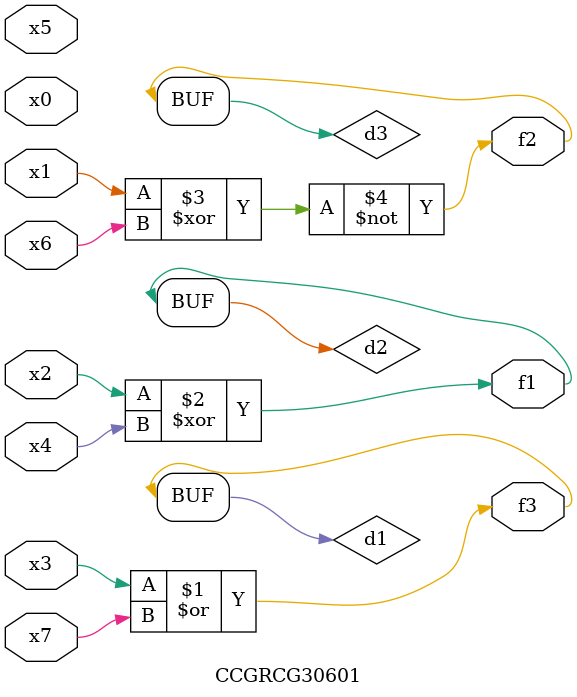
<source format=v>
module CCGRCG30601(
	input x0, x1, x2, x3, x4, x5, x6, x7,
	output f1, f2, f3
);

	wire d1, d2, d3;

	or (d1, x3, x7);
	xor (d2, x2, x4);
	xnor (d3, x1, x6);
	assign f1 = d2;
	assign f2 = d3;
	assign f3 = d1;
endmodule

</source>
